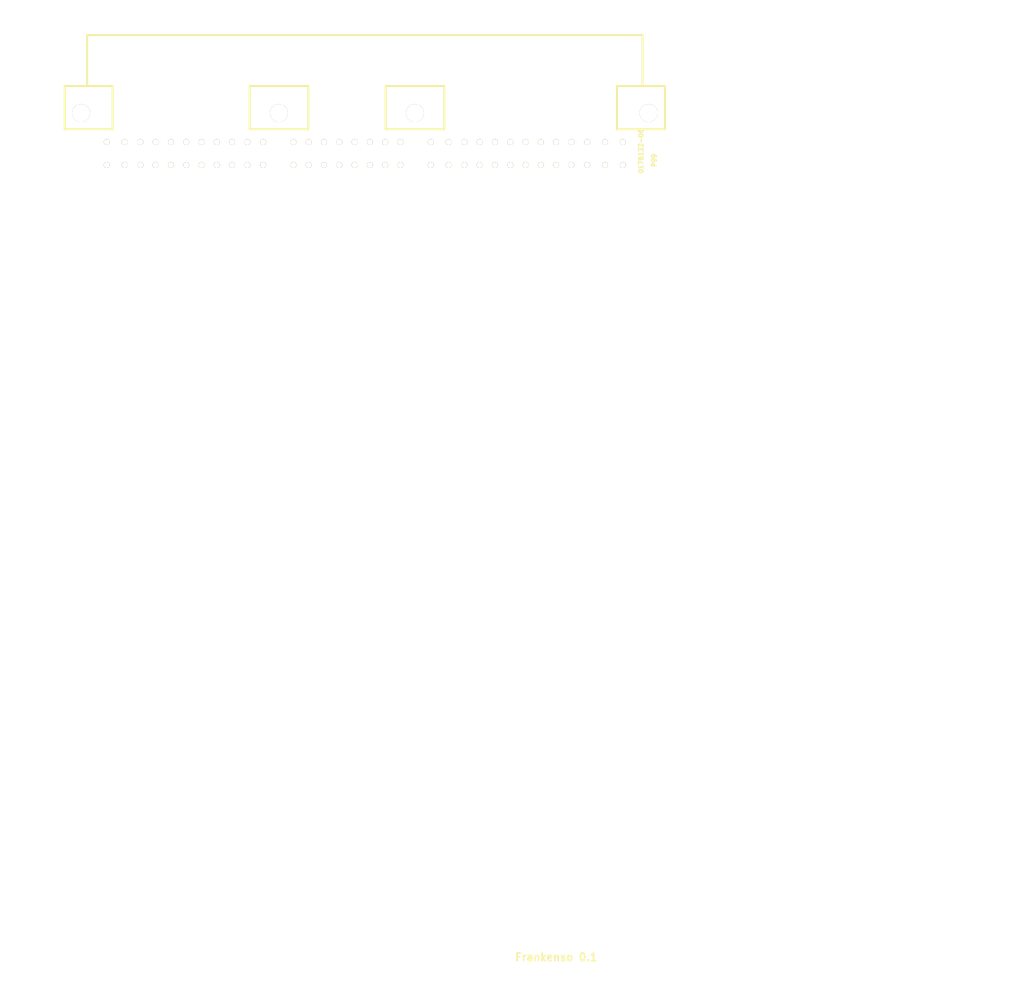
<source format=kicad_pcb>
(kicad_pcb (version 3) (host pcbnew "(2013-07-07 BZR 4022)-stable")

  (general
    (links 0)
    (no_connects 0)
    (area 96.266 82.501739 266.827001 265.1695)
    (thickness 1.6)
    (drawings 13)
    (tracks 0)
    (zones 0)
    (modules 1)
    (nets 1)
  )

  (page A3)
  (layers
    (15 F.Cu signal)
    (0 B.Cu signal)
    (16 B.Adhes user)
    (17 F.Adhes user)
    (18 B.Paste user)
    (19 F.Paste user)
    (20 B.SilkS user)
    (21 F.SilkS user)
    (22 B.Mask user)
    (23 F.Mask user)
    (24 Dwgs.User user)
    (25 Cmts.User user)
    (26 Eco1.User user)
    (27 Eco2.User user)
    (28 Edge.Cuts user)
  )

  (setup
    (last_trace_width 0.254)
    (trace_clearance 0.2032)
    (zone_clearance 0.254)
    (zone_45_only no)
    (trace_min 0.254)
    (segment_width 0.2)
    (edge_width 0.1)
    (via_size 0.889)
    (via_drill 0.635)
    (via_min_size 0.889)
    (via_min_drill 0.508)
    (uvia_size 0.508)
    (uvia_drill 0.127)
    (uvias_allowed no)
    (uvia_min_size 0.508)
    (uvia_min_drill 0.127)
    (pcb_text_width 0.3)
    (pcb_text_size 1.5 1.5)
    (mod_edge_width 0.15)
    (mod_text_size 1 1)
    (mod_text_width 0.15)
    (pad_size 1.524 1.524)
    (pad_drill 1.016)
    (pad_to_mask_clearance 0)
    (aux_axis_origin 0 0)
    (visible_elements 7FFFFFBF)
    (pcbplotparams
      (layerselection 318537729)
      (usegerberextensions true)
      (excludeedgelayer true)
      (linewidth 0.150000)
      (plotframeref false)
      (viasonmask false)
      (mode 1)
      (useauxorigin false)
      (hpglpennumber 1)
      (hpglpenspeed 20)
      (hpglpendiameter 15)
      (hpglpenoverlay 2)
      (psnegative false)
      (psa4output false)
      (plotreference true)
      (plotvalue true)
      (plotothertext true)
      (plotinvisibletext false)
      (padsonsilk false)
      (subtractmaskfromsilk false)
      (outputformat 1)
      (mirror false)
      (drillshape 0)
      (scaleselection 1)
      (outputdirectory gerber))
  )

  (net 0 "")

  (net_class Default "This is the default net class."
    (clearance 0.2032)
    (trace_width 0.254)
    (via_dia 0.889)
    (via_drill 0.635)
    (uvia_dia 0.508)
    (uvia_drill 0.127)
    (add_net "")
  )

  (module 176122-6 (layer F.Cu) (tedit 5224C60D) (tstamp 5389F1D9)
    (at 222.504 108.3945)
    (path /5389F085)
    (fp_text reference P99 (at -2.10058 -0.89916 270) (layer F.SilkS)
      (effects (font (size 0.889 0.889) (thickness 0.22352)))
    )
    (fp_text value 0176122-06 (at -4.699 -2.70002 90) (layer F.SilkS)
      (effects (font (size 0.889 0.889) (thickness 0.22352)))
    )
    (fp_line (start -113.40084 -25.49906) (end -4.39928 -25.49906) (layer F.SilkS) (width 0.381))
    (fp_line (start -113.40084 -25.49906) (end -113.40084 -15.49908) (layer F.SilkS) (width 0.381))
    (fp_line (start -4.39928 -25.49906) (end -4.39928 -15.49908) (layer F.SilkS) (width 0.381))
    (fp_line (start -81.50098 -15.49908) (end -69.99986 -15.49908) (layer F.SilkS) (width 0.381))
    (fp_line (start -81.50098 -7.00024) (end -69.99986 -7.00024) (layer F.SilkS) (width 0.381))
    (fp_line (start -117.80012 -15.49908) (end -108.39958 -15.49908) (layer F.SilkS) (width 0.381))
    (fp_line (start -117.80012 -7.00024) (end -108.39958 -7.00024) (layer F.SilkS) (width 0.381))
    (fp_line (start -117.80012 -7.00024) (end -117.80012 -15.49908) (layer F.SilkS) (width 0.381))
    (fp_line (start -108.39958 -7.00024) (end -108.39958 -15.49908) (layer F.SilkS) (width 0.381))
    (fp_line (start -81.50098 -7.00024) (end -81.50098 -15.49908) (layer F.SilkS) (width 0.381))
    (fp_line (start -69.99986 -7.00024) (end -69.99986 -15.49908) (layer F.SilkS) (width 0.381))
    (fp_line (start -54.8005 -7.00024) (end -54.8005 -15.49908) (layer F.SilkS) (width 0.381))
    (fp_line (start -43.29938 -7.00024) (end -54.8005 -7.00024) (layer F.SilkS) (width 0.381))
    (fp_line (start -43.29938 -15.49908) (end -54.8005 -15.49908) (layer F.SilkS) (width 0.381))
    (fp_line (start -43.29938 -15.49908) (end -43.29938 -7.00024) (layer F.SilkS) (width 0.381))
    (fp_line (start 0 -7.00024) (end -9.40054 -7.00024) (layer F.SilkS) (width 0.381))
    (fp_line (start -9.40054 -7.00024) (end -9.40054 -15.49908) (layer F.SilkS) (width 0.381))
    (fp_line (start -9.40054 -15.49908) (end 0 -15.49908) (layer F.SilkS) (width 0.381))
    (fp_line (start 0 -15.49908) (end 0 -7.00024) (layer F.SilkS) (width 0.381))
    (pad 16 thru_hole circle (at -109.54766 -4.50088 180) (size 1.15062 1.15062) (drill 1.09982)
      (layers *.Cu *.Mask F.SilkS)
    )
    (pad 14 thru_hole circle (at -109.54766 0) (size 1.15062 1.15062) (drill 1.09982)
      (layers *.Cu *.Mask F.SilkS)
    )
    (pad 13 thru_hole circle (at -106.05008 0) (size 1.15062 1.15062) (drill 1.09982)
      (layers *.Cu *.Mask F.SilkS)
    )
    (pad 15 thru_hole circle (at -106.05008 -4.50088 180) (size 1.15062 1.15062) (drill 1.09982)
      (layers *.Cu *.Mask F.SilkS)
    )
    (pad 61 thru_hole circle (at -93.94952 -4.50088 180) (size 1.15062 1.15062) (drill 1.09982)
      (layers *.Cu *.Mask F.SilkS)
    )
    (pad 53 thru_hole circle (at -93.94952 0) (size 1.15062 1.15062) (drill 1.09982)
      (layers *.Cu *.Mask F.SilkS)
    )
    (pad 54 thru_hole circle (at -96.94926 0) (size 1.15062 1.15062) (drill 1.09982)
      (layers *.Cu *.Mask F.SilkS)
    )
    (pad 62 thru_hole circle (at -96.94926 -4.50088 180) (size 1.15062 1.15062) (drill 1.09982)
      (layers *.Cu *.Mask F.SilkS)
    )
    (pad 64 thru_hole circle (at -102.94874 -4.50088 180) (size 1.15062 1.15062) (drill 1.09982)
      (layers *.Cu *.Mask F.SilkS)
    )
    (pad 56 thru_hole circle (at -102.94874 0) (size 1.15062 1.15062) (drill 1.09982)
      (layers *.Cu *.Mask F.SilkS)
    )
    (pad 55 thru_hole circle (at -99.949 0) (size 1.15062 1.15062) (drill 1.09982)
      (layers *.Cu *.Mask F.SilkS)
    )
    (pad 63 thru_hole circle (at -99.949 -4.50088 180) (size 1.15062 1.15062) (drill 1.09982)
      (layers *.Cu *.Mask F.SilkS)
    )
    (pad 59 thru_hole circle (at -87.95004 -4.50088 180) (size 1.15062 1.15062) (drill 1.09982)
      (layers *.Cu *.Mask F.SilkS)
    )
    (pad 51 thru_hole circle (at -87.95004 0) (size 1.15062 1.15062) (drill 1.09982)
      (layers *.Cu *.Mask F.SilkS)
    )
    (pad 52 thru_hole circle (at -90.94978 0) (size 1.15062 1.15062) (drill 1.09982)
      (layers *.Cu *.Mask F.SilkS)
    )
    (pad 60 thru_hole circle (at -90.94978 -4.50088 180) (size 1.15062 1.15062) (drill 1.09982)
      (layers *.Cu *.Mask F.SilkS)
    )
    (pad 58 thru_hole circle (at -84.9503 -4.50088 180) (size 1.15062 1.15062) (drill 1.09982)
      (layers *.Cu *.Mask F.SilkS)
    )
    (pad 50 thru_hole circle (at -84.9503 0) (size 1.15062 1.15062) (drill 1.09982)
      (layers *.Cu *.Mask F.SilkS)
    )
    (pad 49 thru_hole circle (at -81.95056 0) (size 1.15062 1.15062) (drill 1.09982)
      (layers *.Cu *.Mask F.SilkS)
    )
    (pad 57 thru_hole circle (at -81.95056 -4.50088 180) (size 1.15062 1.15062) (drill 1.09982)
      (layers *.Cu *.Mask F.SilkS)
    )
    (pad 45 thru_hole circle (at -63.90132 -4.50088 180) (size 1.15062 1.15062) (drill 1.09982)
      (layers *.Cu *.Mask F.SilkS)
    )
    (pad 37 thru_hole circle (at -63.90132 0) (size 1.15062 1.15062) (drill 1.09982)
      (layers *.Cu *.Mask F.SilkS)
    )
    (pad 38 thru_hole circle (at -66.90106 0) (size 1.15062 1.15062) (drill 1.09982)
      (layers *.Cu *.Mask F.SilkS)
    )
    (pad 46 thru_hole circle (at -66.90106 -4.50088 180) (size 1.15062 1.15062) (drill 1.09982)
      (layers *.Cu *.Mask F.SilkS)
    )
    (pad 48 thru_hole circle (at -72.90054 -4.50088 180) (size 1.15062 1.15062) (drill 1.09982)
      (layers *.Cu *.Mask F.SilkS)
    )
    (pad 40 thru_hole circle (at -72.90054 0) (size 1.15062 1.15062) (drill 1.09982)
      (layers *.Cu *.Mask F.SilkS)
    )
    (pad 39 thru_hole circle (at -69.9008 0) (size 1.15062 1.15062) (drill 1.09982)
      (layers *.Cu *.Mask F.SilkS)
    )
    (pad 47 thru_hole circle (at -69.9008 -4.50088 180) (size 1.15062 1.15062) (drill 1.09982)
      (layers *.Cu *.Mask F.SilkS)
    )
    (pad 43 thru_hole circle (at -57.8993 -4.50088 180) (size 1.15062 1.15062) (drill 1.09982)
      (layers *.Cu *.Mask F.SilkS)
    )
    (pad 35 thru_hole circle (at -57.8993 0) (size 1.15062 1.15062) (drill 1.09982)
      (layers *.Cu *.Mask F.SilkS)
    )
    (pad 36 thru_hole circle (at -60.89904 0) (size 1.15062 1.15062) (drill 1.09982)
      (layers *.Cu *.Mask F.SilkS)
    )
    (pad 44 thru_hole circle (at -60.89904 -4.50088 180) (size 1.15062 1.15062) (drill 1.09982)
      (layers *.Cu *.Mask F.SilkS)
    )
    (pad 42 thru_hole circle (at -54.89956 -4.50088 180) (size 1.15062 1.15062) (drill 1.09982)
      (layers *.Cu *.Mask F.SilkS)
    )
    (pad 34 thru_hole circle (at -54.89956 0) (size 1.15062 1.15062) (drill 1.09982)
      (layers *.Cu *.Mask F.SilkS)
    )
    (pad 12 thru_hole circle (at -78.84922 -4.50088 180) (size 1.15062 1.15062) (drill 1.09982)
      (layers *.Cu *.Mask F.SilkS)
    )
    (pad 11 thru_hole circle (at -78.84922 0) (size 1.15062 1.15062) (drill 1.09982)
      (layers *.Cu *.Mask F.SilkS)
    )
    (pad 33 thru_hole circle (at -51.89982 0) (size 1.15062 1.15062) (drill 1.09982)
      (layers *.Cu *.Mask F.SilkS)
    )
    (pad 41 thru_hole circle (at -51.89982 -4.50088 180) (size 1.15062 1.15062) (drill 1.09982)
      (layers *.Cu *.Mask F.SilkS)
    )
    (pad 7 thru_hole circle (at -42.45356 0) (size 1.15062 1.15062) (drill 1.09982)
      (layers *.Cu *.Mask F.SilkS)
    )
    (pad 9 thru_hole circle (at -42.45356 -4.50088 180) (size 1.15062 1.15062) (drill 1.09982)
      (layers *.Cu *.Mask F.SilkS)
    )
    (pad 8 thru_hole circle (at -45.95368 0) (size 1.15062 1.15062) (drill 1.09982)
      (layers *.Cu *.Mask F.SilkS)
    )
    (pad 10 thru_hole circle (at -45.95368 -4.50088 180) (size 1.15062 1.15062) (drill 1.09982)
      (layers *.Cu *.Mask F.SilkS)
    )
    (pad 21 thru_hole circle (at -30.35046 0) (size 1.15062 1.15062) (drill 1.09982)
      (layers *.Cu *.Mask F.SilkS)
    )
    (pad 29 thru_hole circle (at -30.35046 -4.50088 180) (size 1.15062 1.15062) (drill 1.09982)
      (layers *.Cu *.Mask F.SilkS)
    )
    (pad 22 thru_hole circle (at -33.3502 0) (size 1.15062 1.15062) (drill 1.09982)
      (layers *.Cu *.Mask F.SilkS)
    )
    (pad 30 thru_hole circle (at -33.3502 -4.50088 180) (size 1.15062 1.15062) (drill 1.09982)
      (layers *.Cu *.Mask F.SilkS)
    )
    (pad 24 thru_hole circle (at -39.34968 0) (size 1.15062 1.15062) (drill 1.09982)
      (layers *.Cu *.Mask F.SilkS)
    )
    (pad 32 thru_hole circle (at -39.34968 -4.50088 180) (size 1.15062 1.15062) (drill 1.09982)
      (layers *.Cu *.Mask F.SilkS)
    )
    (pad 23 thru_hole circle (at -36.34994 0) (size 1.15062 1.15062) (drill 1.09982)
      (layers *.Cu *.Mask F.SilkS)
    )
    (pad 31 thru_hole circle (at -36.34994 -4.50088 180) (size 1.15062 1.15062) (drill 1.09982)
      (layers *.Cu *.Mask F.SilkS)
    )
    (pad 19 thru_hole circle (at -24.35098 0) (size 1.15062 1.15062) (drill 1.09982)
      (layers *.Cu *.Mask F.SilkS)
    )
    (pad 27 thru_hole circle (at -24.35098 -4.50088 180) (size 1.15062 1.15062) (drill 1.09982)
      (layers *.Cu *.Mask F.SilkS)
    )
    (pad 20 thru_hole circle (at -27.35072 0) (size 1.15062 1.15062) (drill 1.09982)
      (layers *.Cu *.Mask F.SilkS)
    )
    (pad 28 thru_hole circle (at -27.35072 -4.50088 180) (size 1.15062 1.15062) (drill 1.09982)
      (layers *.Cu *.Mask F.SilkS)
    )
    (pad 18 thru_hole circle (at -21.35124 0) (size 1.15062 1.15062) (drill 1.09982)
      (layers *.Cu *.Mask F.SilkS)
    )
    (pad 26 thru_hole circle (at -21.35124 -4.50088 180) (size 1.15062 1.15062) (drill 1.09982)
      (layers *.Cu *.Mask F.SilkS)
    )
    (pad 17 thru_hole circle (at -18.3515 0) (size 1.15062 1.15062) (drill 1.09982)
      (layers *.Cu *.Mask F.SilkS)
    )
    (pad 25 thru_hole circle (at -18.3515 -4.50088 180) (size 1.15062 1.15062) (drill 1.09982)
      (layers *.Cu *.Mask F.SilkS)
    )
    (pad 3 thru_hole circle (at -15.25016 0) (size 1.15062 1.15062) (drill 1.09982)
      (layers *.Cu *.Mask F.SilkS)
    )
    (pad 6 thru_hole circle (at -15.25016 -4.50088 180) (size 1.15062 1.15062) (drill 1.09982)
      (layers *.Cu *.Mask F.SilkS)
    )
    (pad 2 thru_hole circle (at -11.75004 0) (size 1.15062 1.15062) (drill 1.09982)
      (layers *.Cu *.Mask F.SilkS)
    )
    (pad 5 thru_hole circle (at -11.75004 -4.50088 180) (size 1.15062 1.15062) (drill 1.09982)
      (layers *.Cu *.Mask F.SilkS)
    )
    (pad "" thru_hole circle (at -114.59972 -10.20064) (size 3.50012 3.50012) (drill 3.50012)
      (layers *.Cu *.Mask F.SilkS)
    )
    (pad "" thru_hole circle (at -75.75042 -10.20064) (size 3.50012 3.50012) (drill 3.50012)
      (layers *.Cu *.Mask F.SilkS)
    )
    (pad "" thru_hole circle (at -49.04994 -10.20064) (size 3.50012 3.50012) (drill 3.50012)
      (layers *.Cu *.Mask F.SilkS)
    )
    (pad 1 thru_hole circle (at -8.24992 0) (size 1.15062 1.15062) (drill 1.09982)
      (layers *.Cu *.Mask F.SilkS)
    )
    (pad 4 thru_hole circle (at -8.24992 -4.50088 180) (size 1.15062 1.15062) (drill 1.09982)
      (layers *.Cu *.Mask F.SilkS)
    )
    (pad "" thru_hole circle (at -3.2004 -10.20064) (size 3.50012 3.50012) (drill 3.50012)
      (layers *.Cu *.Mask F.SilkS)
    )
    (model modules\c-0176122-06-f-3d_MM.wrl
      (at (xyz 0 -0.01 -0.15))
      (scale (xyz 0.393 0.393 0.393))
      (rotate (xyz 270 0 180))
    )
  )

  (gr_text "Frankenso 0.1" (at 201.168 263.9695) (layer F.SilkS)
    (effects (font (size 1.5 1.5) (thickness 0.3)))
  )
  (gr_line (start 120.65 144.145) (end 186.69 144.145) (angle 90) (layer Cmts.User) (width 0.2))
  (gr_line (start 186.69 241.3) (end 186.69 144.272) (angle 90) (layer Cmts.User) (width 0.2))
  (gr_line (start 120.65 241.3) (end 186.69 241.3) (angle 90) (layer Cmts.User) (width 0.2))
  (gr_line (start 120.65 241.3) (end 120.65 144.272) (angle 90) (layer Cmts.User) (width 0.2))
  (gr_line (start 180.34 177.8) (end 177.8 177.8) (angle 90) (layer Cmts.User) (width 0.2))
  (gr_line (start 180.34 238.76) (end 180.34 177.8) (angle 90) (layer Cmts.User) (width 0.2))
  (gr_line (start 177.8 238.76) (end 180.34 238.76) (angle 90) (layer Cmts.User) (width 0.2))
  (gr_line (start 177.8 177.8) (end 177.8 238.76) (angle 90) (layer Cmts.User) (width 0.2))
  (gr_line (start 127 177.8) (end 129.54 177.8) (angle 90) (layer Cmts.User) (width 0.2))
  (gr_line (start 129.54 238.76) (end 129.54 177.8) (angle 90) (layer Cmts.User) (width 0.2))
  (gr_line (start 127 238.76) (end 129.54 238.76) (angle 90) (layer Cmts.User) (width 0.2))
  (gr_line (start 127 177.8) (end 127 238.76) (angle 90) (layer Cmts.User) (width 0.2))

  (zone (net -1) (net_name GND) (layer F.Cu) (tstamp 52DB43D9) (hatch edge 0.508)
    (connect_pads (clearance 0.254))
    (min_thickness 0.254)
    (fill (arc_segments 16) (thermal_gap 0.254) (thermal_bridge_width 0.508))
    (polygon
      (pts
        (xy 96.266 79) (xy 96.266 268) (xy 290 268) (xy 290 79)
      )
    )
  )
  (zone (net -1) (net_name GND) (layer B.Cu) (tstamp 52DB43F0) (hatch edge 0.508)
    (connect_pads (clearance 0.254))
    (min_thickness 0.254)
    (fill (arc_segments 16) (thermal_gap 0.254) (thermal_bridge_width 0.508))
    (polygon
      (pts
        (xy 293 76) (xy 293 271) (xy 92 271) (xy 92 76)
      )
    )
  )
)

</source>
